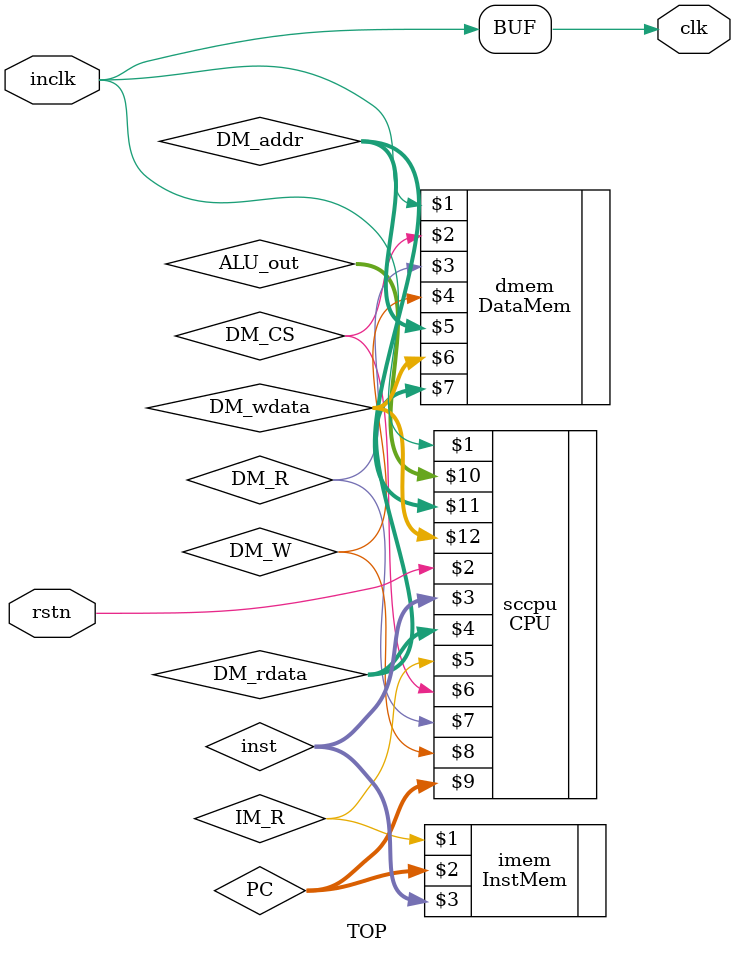
<source format=v>
`timescale 1ns/1ps
`include "cpu.v"
`include "io/InstMem.v"
`include "io/DataMem.v"

module TOP(
    input  inclk, // CPU clock
    input  rstn,  // CPU reset

    output clk    // output clock
);

    wire [31:0] PC;
    wire [31:0] inst;
    wire [31:0] DM_addr;
    wire [31:0] DM_rdata;
    wire [31:0] DM_wdata;
    wire [31:0] ALU_out;
    wire IM_R;
    wire DM_CS;
    wire DM_R;
    wire DM_W;

    assign clk = inclk;

    CPU sccpu(
        inclk,
        rstn,
        inst,
        DM_rdata,
        IM_R,
        DM_CS,
        DM_R,
        DM_W,
        PC,
        ALU_out,
        DM_addr,
        DM_wdata
    );

    InstMem imem(
        IM_R,
        PC,
        inst
    );

    DataMem dmem(
        inclk,
        DM_CS,
        DM_R,
        DM_W,
        DM_addr,
        DM_wdata,
        DM_rdata
    );

endmodule

</source>
